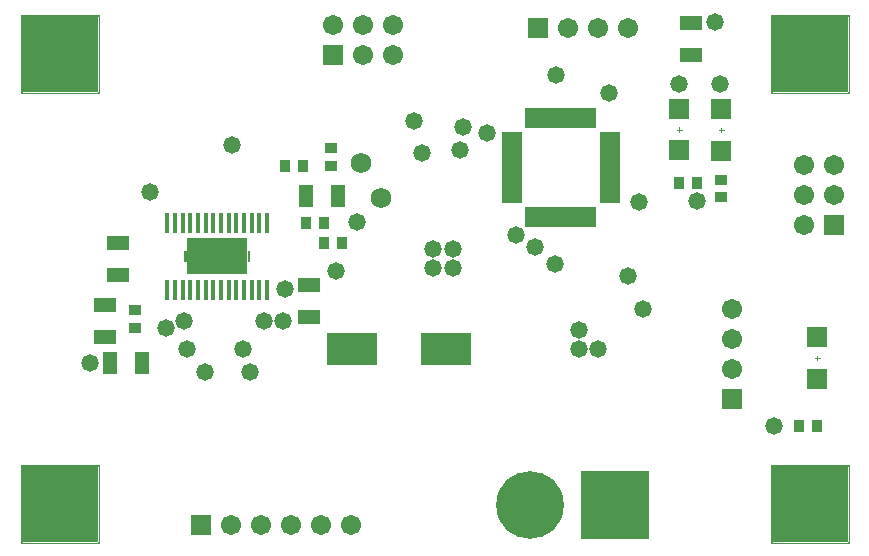
<source format=gts>
G04*
G04 #@! TF.GenerationSoftware,Altium Limited,Altium Designer,19.1.5 (86)*
G04*
G04 Layer_Color=8388736*
%FSLAX25Y25*%
%MOIN*%
G70*
G01*
G75*
%ADD18C,0.00394*%
%ADD19C,0.00098*%
%ADD24R,0.20394X0.12205*%
%ADD25R,0.01400X0.06600*%
%ADD30R,0.25197X0.25197*%
%ADD31R,0.07493X0.05131*%
%ADD32R,0.03556X0.04343*%
%ADD33R,0.06706X0.06706*%
%ADD34R,0.04343X0.03556*%
%ADD35R,0.05131X0.07493*%
%ADD36R,0.01902X0.06587*%
%ADD37R,0.06587X0.01902*%
%ADD38R,0.16548X0.10642*%
%ADD39C,0.06706*%
%ADD40R,0.06706X0.06706*%
%ADD41C,0.06800*%
%ADD42C,0.08300*%
%ADD43C,0.15261*%
%ADD44R,0.22517X0.22517*%
%ADD45C,0.22517*%
%ADD46C,0.05800*%
%ADD47C,0.03162*%
G36*
X167228Y209270D02*
Y205530D01*
D01*
D01*
X166441D01*
Y209270D01*
X167228D01*
D01*
D01*
D02*
G37*
G36*
X187622D02*
Y205530D01*
D01*
D01*
X188409D01*
Y209270D01*
X187622D01*
D01*
D01*
D02*
G37*
D18*
X344713Y249500D02*
X346287D01*
X345500Y248713D02*
Y250287D01*
X330713Y249610D02*
X332287D01*
X331500Y248823D02*
Y250398D01*
X376713Y173500D02*
X378287D01*
X377500Y172713D02*
Y174287D01*
D19*
X125000Y275000D02*
X137992Y262008D01*
X112008D02*
X125000Y275000D01*
Y275000D02*
X137992Y287992D01*
X112008Y262008D02*
X137992D01*
X137992Y262008D02*
Y287992D01*
X112008Y287992D02*
X137992D01*
X112008Y262008D02*
Y287992D01*
Y287992D02*
X125000Y275000D01*
X375000Y275000D02*
X387992Y262008D01*
X362008D02*
X375000Y275000D01*
Y275000D02*
X387992Y287992D01*
X362008Y262008D02*
X387992D01*
X387992Y262008D02*
Y287992D01*
X362008Y287992D02*
X387992D01*
X362008Y262008D02*
Y287992D01*
Y287992D02*
X375000Y275000D01*
X375000Y125000D02*
X387992Y112008D01*
X362008D02*
X375000Y125000D01*
Y125000D02*
X387992Y137992D01*
X362008Y112008D02*
X387992D01*
X387992Y112008D02*
Y137992D01*
X362008Y137992D02*
X387992D01*
X362008Y112008D02*
Y137992D01*
Y137992D02*
X375000Y125000D01*
X125000Y125000D02*
X137992Y112008D01*
X112008D02*
X125000Y125000D01*
Y125000D02*
X137992Y137992D01*
X112008Y112008D02*
X137992D01*
X137992Y112008D02*
Y137992D01*
X112008Y137992D02*
X137992D01*
X112008Y112008D02*
Y137992D01*
Y137992D02*
X125000Y125000D01*
D24*
X177425Y207400D02*
D03*
D25*
X160791Y218500D02*
D03*
X163350D02*
D03*
X165909D02*
D03*
X168468D02*
D03*
X171027D02*
D03*
X173586D02*
D03*
X176145D02*
D03*
X178705D02*
D03*
X181264D02*
D03*
X183823D02*
D03*
X186382D02*
D03*
X188941D02*
D03*
X191500D02*
D03*
X194059D02*
D03*
Y196300D02*
D03*
X191500D02*
D03*
X188941D02*
D03*
X186382D02*
D03*
X183823D02*
D03*
X181264D02*
D03*
X178705D02*
D03*
X176145D02*
D03*
X173586D02*
D03*
X171027D02*
D03*
X168468D02*
D03*
X165909D02*
D03*
X163350D02*
D03*
X160791D02*
D03*
D30*
X125000Y275003D02*
D03*
X375000D02*
D03*
Y125003D02*
D03*
X125000D02*
D03*
D31*
X335500Y274685D02*
D03*
Y285315D02*
D03*
X208000Y197815D02*
D03*
Y187185D02*
D03*
X144500Y201185D02*
D03*
Y211815D02*
D03*
X140000Y191315D02*
D03*
Y180685D02*
D03*
D32*
X371547Y151000D02*
D03*
X377453D02*
D03*
X337405Y232000D02*
D03*
X331500D02*
D03*
X205953Y237500D02*
D03*
X200047D02*
D03*
X213047Y212000D02*
D03*
X218953D02*
D03*
X207047Y218500D02*
D03*
X212953D02*
D03*
D33*
X345500Y256390D02*
D03*
Y242610D02*
D03*
X331500Y256500D02*
D03*
Y242721D02*
D03*
X377500Y180390D02*
D03*
Y166610D02*
D03*
X349000Y160000D02*
D03*
X383000Y218000D02*
D03*
D34*
X345500Y227047D02*
D03*
Y232953D02*
D03*
X215500Y237547D02*
D03*
Y243453D02*
D03*
X150000Y183547D02*
D03*
Y189453D02*
D03*
D35*
X217815Y227500D02*
D03*
X207185D02*
D03*
X141685Y172000D02*
D03*
X152315D02*
D03*
D36*
X302827Y220583D02*
D03*
X300858D02*
D03*
X298890Y220583D02*
D03*
X296921D02*
D03*
X294953D02*
D03*
X292984Y220583D02*
D03*
X291016D02*
D03*
X289047Y220583D02*
D03*
X287079D02*
D03*
X285110D02*
D03*
X283142Y220583D02*
D03*
X281173D02*
D03*
Y253417D02*
D03*
X283142D02*
D03*
X285110D02*
D03*
X287079D02*
D03*
X289047D02*
D03*
X291016D02*
D03*
X292984D02*
D03*
X294953Y253417D02*
D03*
X296921D02*
D03*
X298890Y253417D02*
D03*
X300858D02*
D03*
X302827D02*
D03*
D37*
X275583Y226173D02*
D03*
Y228142D02*
D03*
Y230110D02*
D03*
Y232079D02*
D03*
Y234047D02*
D03*
Y236016D02*
D03*
Y237984D02*
D03*
Y239953D02*
D03*
Y241921D02*
D03*
Y243890D02*
D03*
Y245858D02*
D03*
Y247827D02*
D03*
X308417D02*
D03*
Y245858D02*
D03*
Y243890D02*
D03*
Y241921D02*
D03*
Y239953D02*
D03*
Y237984D02*
D03*
Y236016D02*
D03*
X308417Y234047D02*
D03*
X308417Y232079D02*
D03*
Y230110D02*
D03*
Y228142D02*
D03*
Y226173D02*
D03*
D38*
X222252Y176500D02*
D03*
X253748D02*
D03*
D39*
X222000Y118000D02*
D03*
X212000D02*
D03*
X202000D02*
D03*
X192000D02*
D03*
X182000D02*
D03*
X294500Y283500D02*
D03*
X304500D02*
D03*
X314500D02*
D03*
X236000Y284500D02*
D03*
Y274500D02*
D03*
X226000Y284500D02*
D03*
Y274500D02*
D03*
X216000Y284500D02*
D03*
X349000Y170000D02*
D03*
Y180000D02*
D03*
Y190000D02*
D03*
X373000Y238000D02*
D03*
X383000D02*
D03*
X373000Y228000D02*
D03*
X383000D02*
D03*
X373000Y218000D02*
D03*
D40*
X172000Y118000D02*
D03*
X284500Y283500D02*
D03*
X216000Y274500D02*
D03*
D41*
X232000Y227000D02*
D03*
X225500Y238500D02*
D03*
D42*
X177425Y207400D02*
D03*
D43*
X125000Y275000D02*
D03*
X375000D02*
D03*
Y125000D02*
D03*
X125000D02*
D03*
D44*
X310173Y124500D02*
D03*
D45*
X281827D02*
D03*
D46*
X343500Y285500D02*
D03*
X298000Y183000D02*
D03*
X314500Y201000D02*
D03*
X283500Y210500D02*
D03*
X290000Y205000D02*
D03*
X259500Y250500D02*
D03*
X258500Y243000D02*
D03*
X267500Y248500D02*
D03*
X243000Y252500D02*
D03*
X363000Y151000D02*
D03*
X345000Y265000D02*
D03*
X331500D02*
D03*
X337500Y226000D02*
D03*
X135000Y172000D02*
D03*
X224000Y219000D02*
D03*
X277000Y214500D02*
D03*
X308000Y262000D02*
D03*
X318000Y225500D02*
D03*
X319500Y190000D02*
D03*
X290500Y268000D02*
D03*
X182500Y244500D02*
D03*
X245750Y242000D02*
D03*
X155000Y229000D02*
D03*
X304500Y176500D02*
D03*
X298000D02*
D03*
X173500Y169000D02*
D03*
X188500D02*
D03*
X167500Y176500D02*
D03*
X186000D02*
D03*
X160500Y183500D02*
D03*
X166500Y186000D02*
D03*
X193000D02*
D03*
X199500D02*
D03*
X256000Y210000D02*
D03*
X249500D02*
D03*
Y203500D02*
D03*
X256000D02*
D03*
X217000Y202500D02*
D03*
X200000Y196500D02*
D03*
D47*
X131124Y281124D02*
D03*
X133661Y275000D02*
D03*
X131124Y268876D02*
D03*
X125000Y266339D02*
D03*
X118876Y268876D02*
D03*
X116339Y275000D02*
D03*
X118876Y281124D02*
D03*
X125000Y283661D02*
D03*
X381124Y281124D02*
D03*
X383661Y275000D02*
D03*
X381124Y268876D02*
D03*
X375000Y266339D02*
D03*
X368876Y268876D02*
D03*
X366339Y275000D02*
D03*
X368876Y281124D02*
D03*
X375000Y283661D02*
D03*
X381124Y131124D02*
D03*
X383661Y125000D02*
D03*
X381124Y118876D02*
D03*
X375000Y116339D02*
D03*
X368876Y118876D02*
D03*
X366339Y125000D02*
D03*
X368876Y131124D02*
D03*
X375000Y133661D02*
D03*
X131124Y131124D02*
D03*
X133661Y125000D02*
D03*
X131124Y118876D02*
D03*
X125000Y116339D02*
D03*
X118876Y118876D02*
D03*
X116339Y125000D02*
D03*
X118876Y131124D02*
D03*
X125000Y133661D02*
D03*
M02*

</source>
